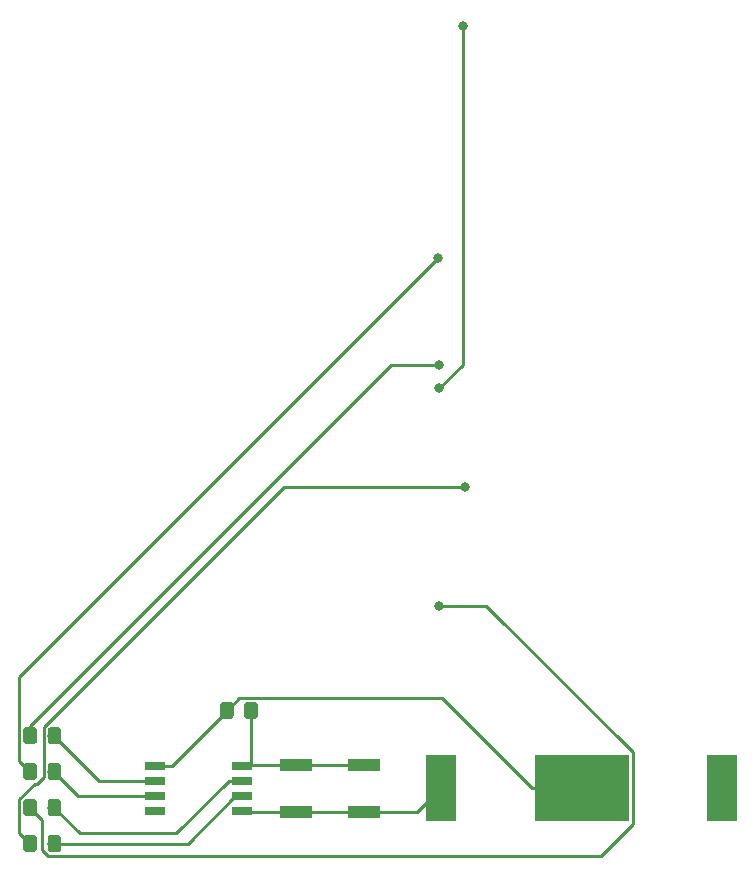
<source format=gbr>
G04 #@! TF.GenerationSoftware,KiCad,Pcbnew,5.0.0-fee4fd1~66~ubuntu16.04.1*
G04 #@! TF.CreationDate,2018-08-16T23:09:48+08:00*
G04 #@! TF.ProjectId,postcard,706F7374636172642E6B696361645F70,rev?*
G04 #@! TF.SameCoordinates,Original*
G04 #@! TF.FileFunction,Copper,L2,Bot,Signal*
G04 #@! TF.FilePolarity,Positive*
%FSLAX46Y46*%
G04 Gerber Fmt 4.6, Leading zero omitted, Abs format (unit mm)*
G04 Created by KiCad (PCBNEW 5.0.0-fee4fd1~66~ubuntu16.04.1) date Thu Aug 16 23:09:48 2018*
%MOMM*%
%LPD*%
G01*
G04 APERTURE LIST*
G04 #@! TA.AperFunction,SMDPad,CuDef*
%ADD10R,2.600000X5.560000*%
G04 #@! TD*
G04 #@! TA.AperFunction,SMDPad,CuDef*
%ADD11R,8.000000X5.560000*%
G04 #@! TD*
G04 #@! TA.AperFunction,Conductor*
%ADD12C,0.100000*%
G04 #@! TD*
G04 #@! TA.AperFunction,SMDPad,CuDef*
%ADD13C,1.150000*%
G04 #@! TD*
G04 #@! TA.AperFunction,SMDPad,CuDef*
%ADD14R,2.750000X1.000000*%
G04 #@! TD*
G04 #@! TA.AperFunction,SMDPad,CuDef*
%ADD15R,1.700000X0.650000*%
G04 #@! TD*
G04 #@! TA.AperFunction,ViaPad*
%ADD16C,0.800000*%
G04 #@! TD*
G04 #@! TA.AperFunction,Conductor*
%ADD17C,0.250000*%
G04 #@! TD*
G04 APERTURE END LIST*
D10*
G04 #@! TO.P,BT1,1*
G04 #@! TO.N,VDD*
X73910000Y-89210000D03*
X97720000Y-89210000D03*
D11*
G04 #@! TO.P,BT1,2*
G04 #@! TO.N,Earth*
X85815000Y-89210000D03*
G04 #@! TD*
D12*
G04 #@! TO.N,Earth*
G04 #@! TO.C,R1*
G36*
X56099505Y-81941204D02*
X56123773Y-81944804D01*
X56147572Y-81950765D01*
X56170671Y-81959030D01*
X56192850Y-81969520D01*
X56213893Y-81982132D01*
X56233599Y-81996747D01*
X56251777Y-82013223D01*
X56268253Y-82031401D01*
X56282868Y-82051107D01*
X56295480Y-82072150D01*
X56305970Y-82094329D01*
X56314235Y-82117428D01*
X56320196Y-82141227D01*
X56323796Y-82165495D01*
X56325000Y-82189999D01*
X56325000Y-83090001D01*
X56323796Y-83114505D01*
X56320196Y-83138773D01*
X56314235Y-83162572D01*
X56305970Y-83185671D01*
X56295480Y-83207850D01*
X56282868Y-83228893D01*
X56268253Y-83248599D01*
X56251777Y-83266777D01*
X56233599Y-83283253D01*
X56213893Y-83297868D01*
X56192850Y-83310480D01*
X56170671Y-83320970D01*
X56147572Y-83329235D01*
X56123773Y-83335196D01*
X56099505Y-83338796D01*
X56075001Y-83340000D01*
X55424999Y-83340000D01*
X55400495Y-83338796D01*
X55376227Y-83335196D01*
X55352428Y-83329235D01*
X55329329Y-83320970D01*
X55307150Y-83310480D01*
X55286107Y-83297868D01*
X55266401Y-83283253D01*
X55248223Y-83266777D01*
X55231747Y-83248599D01*
X55217132Y-83228893D01*
X55204520Y-83207850D01*
X55194030Y-83185671D01*
X55185765Y-83162572D01*
X55179804Y-83138773D01*
X55176204Y-83114505D01*
X55175000Y-83090001D01*
X55175000Y-82189999D01*
X55176204Y-82165495D01*
X55179804Y-82141227D01*
X55185765Y-82117428D01*
X55194030Y-82094329D01*
X55204520Y-82072150D01*
X55217132Y-82051107D01*
X55231747Y-82031401D01*
X55248223Y-82013223D01*
X55266401Y-81996747D01*
X55286107Y-81982132D01*
X55307150Y-81969520D01*
X55329329Y-81959030D01*
X55352428Y-81950765D01*
X55376227Y-81944804D01*
X55400495Y-81941204D01*
X55424999Y-81940000D01*
X56075001Y-81940000D01*
X56099505Y-81941204D01*
X56099505Y-81941204D01*
G37*
D13*
G04 #@! TD*
G04 #@! TO.P,R1,2*
G04 #@! TO.N,Earth*
X55750000Y-82640000D03*
D12*
G04 #@! TO.N,Net-(R1-Pad1)*
G04 #@! TO.C,R1*
G36*
X58149505Y-81941204D02*
X58173773Y-81944804D01*
X58197572Y-81950765D01*
X58220671Y-81959030D01*
X58242850Y-81969520D01*
X58263893Y-81982132D01*
X58283599Y-81996747D01*
X58301777Y-82013223D01*
X58318253Y-82031401D01*
X58332868Y-82051107D01*
X58345480Y-82072150D01*
X58355970Y-82094329D01*
X58364235Y-82117428D01*
X58370196Y-82141227D01*
X58373796Y-82165495D01*
X58375000Y-82189999D01*
X58375000Y-83090001D01*
X58373796Y-83114505D01*
X58370196Y-83138773D01*
X58364235Y-83162572D01*
X58355970Y-83185671D01*
X58345480Y-83207850D01*
X58332868Y-83228893D01*
X58318253Y-83248599D01*
X58301777Y-83266777D01*
X58283599Y-83283253D01*
X58263893Y-83297868D01*
X58242850Y-83310480D01*
X58220671Y-83320970D01*
X58197572Y-83329235D01*
X58173773Y-83335196D01*
X58149505Y-83338796D01*
X58125001Y-83340000D01*
X57474999Y-83340000D01*
X57450495Y-83338796D01*
X57426227Y-83335196D01*
X57402428Y-83329235D01*
X57379329Y-83320970D01*
X57357150Y-83310480D01*
X57336107Y-83297868D01*
X57316401Y-83283253D01*
X57298223Y-83266777D01*
X57281747Y-83248599D01*
X57267132Y-83228893D01*
X57254520Y-83207850D01*
X57244030Y-83185671D01*
X57235765Y-83162572D01*
X57229804Y-83138773D01*
X57226204Y-83114505D01*
X57225000Y-83090001D01*
X57225000Y-82189999D01*
X57226204Y-82165495D01*
X57229804Y-82141227D01*
X57235765Y-82117428D01*
X57244030Y-82094329D01*
X57254520Y-82072150D01*
X57267132Y-82051107D01*
X57281747Y-82031401D01*
X57298223Y-82013223D01*
X57316401Y-81996747D01*
X57336107Y-81982132D01*
X57357150Y-81969520D01*
X57379329Y-81959030D01*
X57402428Y-81950765D01*
X57426227Y-81944804D01*
X57450495Y-81941204D01*
X57474999Y-81940000D01*
X58125001Y-81940000D01*
X58149505Y-81941204D01*
X58149505Y-81941204D01*
G37*
D13*
G04 #@! TD*
G04 #@! TO.P,R1,1*
G04 #@! TO.N,Net-(R1-Pad1)*
X57800000Y-82640000D03*
D12*
G04 #@! TO.N,Net-(D1-Pad2)*
G04 #@! TO.C,R2*
G36*
X39449505Y-90154536D02*
X39473773Y-90158136D01*
X39497572Y-90164097D01*
X39520671Y-90172362D01*
X39542850Y-90182852D01*
X39563893Y-90195464D01*
X39583599Y-90210079D01*
X39601777Y-90226555D01*
X39618253Y-90244733D01*
X39632868Y-90264439D01*
X39645480Y-90285482D01*
X39655970Y-90307661D01*
X39664235Y-90330760D01*
X39670196Y-90354559D01*
X39673796Y-90378827D01*
X39675000Y-90403331D01*
X39675000Y-91303333D01*
X39673796Y-91327837D01*
X39670196Y-91352105D01*
X39664235Y-91375904D01*
X39655970Y-91399003D01*
X39645480Y-91421182D01*
X39632868Y-91442225D01*
X39618253Y-91461931D01*
X39601777Y-91480109D01*
X39583599Y-91496585D01*
X39563893Y-91511200D01*
X39542850Y-91523812D01*
X39520671Y-91534302D01*
X39497572Y-91542567D01*
X39473773Y-91548528D01*
X39449505Y-91552128D01*
X39425001Y-91553332D01*
X38774999Y-91553332D01*
X38750495Y-91552128D01*
X38726227Y-91548528D01*
X38702428Y-91542567D01*
X38679329Y-91534302D01*
X38657150Y-91523812D01*
X38636107Y-91511200D01*
X38616401Y-91496585D01*
X38598223Y-91480109D01*
X38581747Y-91461931D01*
X38567132Y-91442225D01*
X38554520Y-91421182D01*
X38544030Y-91399003D01*
X38535765Y-91375904D01*
X38529804Y-91352105D01*
X38526204Y-91327837D01*
X38525000Y-91303333D01*
X38525000Y-90403331D01*
X38526204Y-90378827D01*
X38529804Y-90354559D01*
X38535765Y-90330760D01*
X38544030Y-90307661D01*
X38554520Y-90285482D01*
X38567132Y-90264439D01*
X38581747Y-90244733D01*
X38598223Y-90226555D01*
X38616401Y-90210079D01*
X38636107Y-90195464D01*
X38657150Y-90182852D01*
X38679329Y-90172362D01*
X38702428Y-90164097D01*
X38726227Y-90158136D01*
X38750495Y-90154536D01*
X38774999Y-90153332D01*
X39425001Y-90153332D01*
X39449505Y-90154536D01*
X39449505Y-90154536D01*
G37*
D13*
G04 #@! TD*
G04 #@! TO.P,R2,1*
G04 #@! TO.N,Net-(D1-Pad2)*
X39100000Y-90853332D03*
D12*
G04 #@! TO.N,Net-(R2-Pad2)*
G04 #@! TO.C,R2*
G36*
X41499505Y-90154536D02*
X41523773Y-90158136D01*
X41547572Y-90164097D01*
X41570671Y-90172362D01*
X41592850Y-90182852D01*
X41613893Y-90195464D01*
X41633599Y-90210079D01*
X41651777Y-90226555D01*
X41668253Y-90244733D01*
X41682868Y-90264439D01*
X41695480Y-90285482D01*
X41705970Y-90307661D01*
X41714235Y-90330760D01*
X41720196Y-90354559D01*
X41723796Y-90378827D01*
X41725000Y-90403331D01*
X41725000Y-91303333D01*
X41723796Y-91327837D01*
X41720196Y-91352105D01*
X41714235Y-91375904D01*
X41705970Y-91399003D01*
X41695480Y-91421182D01*
X41682868Y-91442225D01*
X41668253Y-91461931D01*
X41651777Y-91480109D01*
X41633599Y-91496585D01*
X41613893Y-91511200D01*
X41592850Y-91523812D01*
X41570671Y-91534302D01*
X41547572Y-91542567D01*
X41523773Y-91548528D01*
X41499505Y-91552128D01*
X41475001Y-91553332D01*
X40824999Y-91553332D01*
X40800495Y-91552128D01*
X40776227Y-91548528D01*
X40752428Y-91542567D01*
X40729329Y-91534302D01*
X40707150Y-91523812D01*
X40686107Y-91511200D01*
X40666401Y-91496585D01*
X40648223Y-91480109D01*
X40631747Y-91461931D01*
X40617132Y-91442225D01*
X40604520Y-91421182D01*
X40594030Y-91399003D01*
X40585765Y-91375904D01*
X40579804Y-91352105D01*
X40576204Y-91327837D01*
X40575000Y-91303333D01*
X40575000Y-90403331D01*
X40576204Y-90378827D01*
X40579804Y-90354559D01*
X40585765Y-90330760D01*
X40594030Y-90307661D01*
X40604520Y-90285482D01*
X40617132Y-90264439D01*
X40631747Y-90244733D01*
X40648223Y-90226555D01*
X40666401Y-90210079D01*
X40686107Y-90195464D01*
X40707150Y-90182852D01*
X40729329Y-90172362D01*
X40752428Y-90164097D01*
X40776227Y-90158136D01*
X40800495Y-90154536D01*
X40824999Y-90153332D01*
X41475001Y-90153332D01*
X41499505Y-90154536D01*
X41499505Y-90154536D01*
G37*
D13*
G04 #@! TD*
G04 #@! TO.P,R2,2*
G04 #@! TO.N,Net-(R2-Pad2)*
X41150000Y-90853332D03*
D12*
G04 #@! TO.N,Net-(R3-Pad2)*
G04 #@! TO.C,R3*
G36*
X41499505Y-93201204D02*
X41523773Y-93204804D01*
X41547572Y-93210765D01*
X41570671Y-93219030D01*
X41592850Y-93229520D01*
X41613893Y-93242132D01*
X41633599Y-93256747D01*
X41651777Y-93273223D01*
X41668253Y-93291401D01*
X41682868Y-93311107D01*
X41695480Y-93332150D01*
X41705970Y-93354329D01*
X41714235Y-93377428D01*
X41720196Y-93401227D01*
X41723796Y-93425495D01*
X41725000Y-93449999D01*
X41725000Y-94350001D01*
X41723796Y-94374505D01*
X41720196Y-94398773D01*
X41714235Y-94422572D01*
X41705970Y-94445671D01*
X41695480Y-94467850D01*
X41682868Y-94488893D01*
X41668253Y-94508599D01*
X41651777Y-94526777D01*
X41633599Y-94543253D01*
X41613893Y-94557868D01*
X41592850Y-94570480D01*
X41570671Y-94580970D01*
X41547572Y-94589235D01*
X41523773Y-94595196D01*
X41499505Y-94598796D01*
X41475001Y-94600000D01*
X40824999Y-94600000D01*
X40800495Y-94598796D01*
X40776227Y-94595196D01*
X40752428Y-94589235D01*
X40729329Y-94580970D01*
X40707150Y-94570480D01*
X40686107Y-94557868D01*
X40666401Y-94543253D01*
X40648223Y-94526777D01*
X40631747Y-94508599D01*
X40617132Y-94488893D01*
X40604520Y-94467850D01*
X40594030Y-94445671D01*
X40585765Y-94422572D01*
X40579804Y-94398773D01*
X40576204Y-94374505D01*
X40575000Y-94350001D01*
X40575000Y-93449999D01*
X40576204Y-93425495D01*
X40579804Y-93401227D01*
X40585765Y-93377428D01*
X40594030Y-93354329D01*
X40604520Y-93332150D01*
X40617132Y-93311107D01*
X40631747Y-93291401D01*
X40648223Y-93273223D01*
X40666401Y-93256747D01*
X40686107Y-93242132D01*
X40707150Y-93229520D01*
X40729329Y-93219030D01*
X40752428Y-93210765D01*
X40776227Y-93204804D01*
X40800495Y-93201204D01*
X40824999Y-93200000D01*
X41475001Y-93200000D01*
X41499505Y-93201204D01*
X41499505Y-93201204D01*
G37*
D13*
G04 #@! TD*
G04 #@! TO.P,R3,2*
G04 #@! TO.N,Net-(R3-Pad2)*
X41150000Y-93900000D03*
D12*
G04 #@! TO.N,Net-(D1-Pad1)*
G04 #@! TO.C,R3*
G36*
X39449505Y-93201204D02*
X39473773Y-93204804D01*
X39497572Y-93210765D01*
X39520671Y-93219030D01*
X39542850Y-93229520D01*
X39563893Y-93242132D01*
X39583599Y-93256747D01*
X39601777Y-93273223D01*
X39618253Y-93291401D01*
X39632868Y-93311107D01*
X39645480Y-93332150D01*
X39655970Y-93354329D01*
X39664235Y-93377428D01*
X39670196Y-93401227D01*
X39673796Y-93425495D01*
X39675000Y-93449999D01*
X39675000Y-94350001D01*
X39673796Y-94374505D01*
X39670196Y-94398773D01*
X39664235Y-94422572D01*
X39655970Y-94445671D01*
X39645480Y-94467850D01*
X39632868Y-94488893D01*
X39618253Y-94508599D01*
X39601777Y-94526777D01*
X39583599Y-94543253D01*
X39563893Y-94557868D01*
X39542850Y-94570480D01*
X39520671Y-94580970D01*
X39497572Y-94589235D01*
X39473773Y-94595196D01*
X39449505Y-94598796D01*
X39425001Y-94600000D01*
X38774999Y-94600000D01*
X38750495Y-94598796D01*
X38726227Y-94595196D01*
X38702428Y-94589235D01*
X38679329Y-94580970D01*
X38657150Y-94570480D01*
X38636107Y-94557868D01*
X38616401Y-94543253D01*
X38598223Y-94526777D01*
X38581747Y-94508599D01*
X38567132Y-94488893D01*
X38554520Y-94467850D01*
X38544030Y-94445671D01*
X38535765Y-94422572D01*
X38529804Y-94398773D01*
X38526204Y-94374505D01*
X38525000Y-94350001D01*
X38525000Y-93449999D01*
X38526204Y-93425495D01*
X38529804Y-93401227D01*
X38535765Y-93377428D01*
X38544030Y-93354329D01*
X38554520Y-93332150D01*
X38567132Y-93311107D01*
X38581747Y-93291401D01*
X38598223Y-93273223D01*
X38616401Y-93256747D01*
X38636107Y-93242132D01*
X38657150Y-93229520D01*
X38679329Y-93219030D01*
X38702428Y-93210765D01*
X38726227Y-93204804D01*
X38750495Y-93201204D01*
X38774999Y-93200000D01*
X39425001Y-93200000D01*
X39449505Y-93201204D01*
X39449505Y-93201204D01*
G37*
D13*
G04 #@! TD*
G04 #@! TO.P,R3,1*
G04 #@! TO.N,Net-(D1-Pad1)*
X39100000Y-93900000D03*
D12*
G04 #@! TO.N,Net-(D2-Pad1)*
G04 #@! TO.C,R4*
G36*
X39449505Y-87107870D02*
X39473773Y-87111470D01*
X39497572Y-87117431D01*
X39520671Y-87125696D01*
X39542850Y-87136186D01*
X39563893Y-87148798D01*
X39583599Y-87163413D01*
X39601777Y-87179889D01*
X39618253Y-87198067D01*
X39632868Y-87217773D01*
X39645480Y-87238816D01*
X39655970Y-87260995D01*
X39664235Y-87284094D01*
X39670196Y-87307893D01*
X39673796Y-87332161D01*
X39675000Y-87356665D01*
X39675000Y-88256667D01*
X39673796Y-88281171D01*
X39670196Y-88305439D01*
X39664235Y-88329238D01*
X39655970Y-88352337D01*
X39645480Y-88374516D01*
X39632868Y-88395559D01*
X39618253Y-88415265D01*
X39601777Y-88433443D01*
X39583599Y-88449919D01*
X39563893Y-88464534D01*
X39542850Y-88477146D01*
X39520671Y-88487636D01*
X39497572Y-88495901D01*
X39473773Y-88501862D01*
X39449505Y-88505462D01*
X39425001Y-88506666D01*
X38774999Y-88506666D01*
X38750495Y-88505462D01*
X38726227Y-88501862D01*
X38702428Y-88495901D01*
X38679329Y-88487636D01*
X38657150Y-88477146D01*
X38636107Y-88464534D01*
X38616401Y-88449919D01*
X38598223Y-88433443D01*
X38581747Y-88415265D01*
X38567132Y-88395559D01*
X38554520Y-88374516D01*
X38544030Y-88352337D01*
X38535765Y-88329238D01*
X38529804Y-88305439D01*
X38526204Y-88281171D01*
X38525000Y-88256667D01*
X38525000Y-87356665D01*
X38526204Y-87332161D01*
X38529804Y-87307893D01*
X38535765Y-87284094D01*
X38544030Y-87260995D01*
X38554520Y-87238816D01*
X38567132Y-87217773D01*
X38581747Y-87198067D01*
X38598223Y-87179889D01*
X38616401Y-87163413D01*
X38636107Y-87148798D01*
X38657150Y-87136186D01*
X38679329Y-87125696D01*
X38702428Y-87117431D01*
X38726227Y-87111470D01*
X38750495Y-87107870D01*
X38774999Y-87106666D01*
X39425001Y-87106666D01*
X39449505Y-87107870D01*
X39449505Y-87107870D01*
G37*
D13*
G04 #@! TD*
G04 #@! TO.P,R4,1*
G04 #@! TO.N,Net-(D2-Pad1)*
X39100000Y-87806666D03*
D12*
G04 #@! TO.N,Net-(R4-Pad2)*
G04 #@! TO.C,R4*
G36*
X41499505Y-87107870D02*
X41523773Y-87111470D01*
X41547572Y-87117431D01*
X41570671Y-87125696D01*
X41592850Y-87136186D01*
X41613893Y-87148798D01*
X41633599Y-87163413D01*
X41651777Y-87179889D01*
X41668253Y-87198067D01*
X41682868Y-87217773D01*
X41695480Y-87238816D01*
X41705970Y-87260995D01*
X41714235Y-87284094D01*
X41720196Y-87307893D01*
X41723796Y-87332161D01*
X41725000Y-87356665D01*
X41725000Y-88256667D01*
X41723796Y-88281171D01*
X41720196Y-88305439D01*
X41714235Y-88329238D01*
X41705970Y-88352337D01*
X41695480Y-88374516D01*
X41682868Y-88395559D01*
X41668253Y-88415265D01*
X41651777Y-88433443D01*
X41633599Y-88449919D01*
X41613893Y-88464534D01*
X41592850Y-88477146D01*
X41570671Y-88487636D01*
X41547572Y-88495901D01*
X41523773Y-88501862D01*
X41499505Y-88505462D01*
X41475001Y-88506666D01*
X40824999Y-88506666D01*
X40800495Y-88505462D01*
X40776227Y-88501862D01*
X40752428Y-88495901D01*
X40729329Y-88487636D01*
X40707150Y-88477146D01*
X40686107Y-88464534D01*
X40666401Y-88449919D01*
X40648223Y-88433443D01*
X40631747Y-88415265D01*
X40617132Y-88395559D01*
X40604520Y-88374516D01*
X40594030Y-88352337D01*
X40585765Y-88329238D01*
X40579804Y-88305439D01*
X40576204Y-88281171D01*
X40575000Y-88256667D01*
X40575000Y-87356665D01*
X40576204Y-87332161D01*
X40579804Y-87307893D01*
X40585765Y-87284094D01*
X40594030Y-87260995D01*
X40604520Y-87238816D01*
X40617132Y-87217773D01*
X40631747Y-87198067D01*
X40648223Y-87179889D01*
X40666401Y-87163413D01*
X40686107Y-87148798D01*
X40707150Y-87136186D01*
X40729329Y-87125696D01*
X40752428Y-87117431D01*
X40776227Y-87111470D01*
X40800495Y-87107870D01*
X40824999Y-87106666D01*
X41475001Y-87106666D01*
X41499505Y-87107870D01*
X41499505Y-87107870D01*
G37*
D13*
G04 #@! TD*
G04 #@! TO.P,R4,2*
G04 #@! TO.N,Net-(R4-Pad2)*
X41150000Y-87806666D03*
D12*
G04 #@! TO.N,Net-(R5-Pad2)*
G04 #@! TO.C,R5*
G36*
X41499505Y-84061204D02*
X41523773Y-84064804D01*
X41547572Y-84070765D01*
X41570671Y-84079030D01*
X41592850Y-84089520D01*
X41613893Y-84102132D01*
X41633599Y-84116747D01*
X41651777Y-84133223D01*
X41668253Y-84151401D01*
X41682868Y-84171107D01*
X41695480Y-84192150D01*
X41705970Y-84214329D01*
X41714235Y-84237428D01*
X41720196Y-84261227D01*
X41723796Y-84285495D01*
X41725000Y-84309999D01*
X41725000Y-85210001D01*
X41723796Y-85234505D01*
X41720196Y-85258773D01*
X41714235Y-85282572D01*
X41705970Y-85305671D01*
X41695480Y-85327850D01*
X41682868Y-85348893D01*
X41668253Y-85368599D01*
X41651777Y-85386777D01*
X41633599Y-85403253D01*
X41613893Y-85417868D01*
X41592850Y-85430480D01*
X41570671Y-85440970D01*
X41547572Y-85449235D01*
X41523773Y-85455196D01*
X41499505Y-85458796D01*
X41475001Y-85460000D01*
X40824999Y-85460000D01*
X40800495Y-85458796D01*
X40776227Y-85455196D01*
X40752428Y-85449235D01*
X40729329Y-85440970D01*
X40707150Y-85430480D01*
X40686107Y-85417868D01*
X40666401Y-85403253D01*
X40648223Y-85386777D01*
X40631747Y-85368599D01*
X40617132Y-85348893D01*
X40604520Y-85327850D01*
X40594030Y-85305671D01*
X40585765Y-85282572D01*
X40579804Y-85258773D01*
X40576204Y-85234505D01*
X40575000Y-85210001D01*
X40575000Y-84309999D01*
X40576204Y-84285495D01*
X40579804Y-84261227D01*
X40585765Y-84237428D01*
X40594030Y-84214329D01*
X40604520Y-84192150D01*
X40617132Y-84171107D01*
X40631747Y-84151401D01*
X40648223Y-84133223D01*
X40666401Y-84116747D01*
X40686107Y-84102132D01*
X40707150Y-84089520D01*
X40729329Y-84079030D01*
X40752428Y-84070765D01*
X40776227Y-84064804D01*
X40800495Y-84061204D01*
X40824999Y-84060000D01*
X41475001Y-84060000D01*
X41499505Y-84061204D01*
X41499505Y-84061204D01*
G37*
D13*
G04 #@! TD*
G04 #@! TO.P,R5,2*
G04 #@! TO.N,Net-(R5-Pad2)*
X41150000Y-84760000D03*
D12*
G04 #@! TO.N,Net-(D10-Pad2)*
G04 #@! TO.C,R5*
G36*
X39449505Y-84061204D02*
X39473773Y-84064804D01*
X39497572Y-84070765D01*
X39520671Y-84079030D01*
X39542850Y-84089520D01*
X39563893Y-84102132D01*
X39583599Y-84116747D01*
X39601777Y-84133223D01*
X39618253Y-84151401D01*
X39632868Y-84171107D01*
X39645480Y-84192150D01*
X39655970Y-84214329D01*
X39664235Y-84237428D01*
X39670196Y-84261227D01*
X39673796Y-84285495D01*
X39675000Y-84309999D01*
X39675000Y-85210001D01*
X39673796Y-85234505D01*
X39670196Y-85258773D01*
X39664235Y-85282572D01*
X39655970Y-85305671D01*
X39645480Y-85327850D01*
X39632868Y-85348893D01*
X39618253Y-85368599D01*
X39601777Y-85386777D01*
X39583599Y-85403253D01*
X39563893Y-85417868D01*
X39542850Y-85430480D01*
X39520671Y-85440970D01*
X39497572Y-85449235D01*
X39473773Y-85455196D01*
X39449505Y-85458796D01*
X39425001Y-85460000D01*
X38774999Y-85460000D01*
X38750495Y-85458796D01*
X38726227Y-85455196D01*
X38702428Y-85449235D01*
X38679329Y-85440970D01*
X38657150Y-85430480D01*
X38636107Y-85417868D01*
X38616401Y-85403253D01*
X38598223Y-85386777D01*
X38581747Y-85368599D01*
X38567132Y-85348893D01*
X38554520Y-85327850D01*
X38544030Y-85305671D01*
X38535765Y-85282572D01*
X38529804Y-85258773D01*
X38526204Y-85234505D01*
X38525000Y-85210001D01*
X38525000Y-84309999D01*
X38526204Y-84285495D01*
X38529804Y-84261227D01*
X38535765Y-84237428D01*
X38544030Y-84214329D01*
X38554520Y-84192150D01*
X38567132Y-84171107D01*
X38581747Y-84151401D01*
X38598223Y-84133223D01*
X38616401Y-84116747D01*
X38636107Y-84102132D01*
X38657150Y-84089520D01*
X38679329Y-84079030D01*
X38702428Y-84070765D01*
X38726227Y-84064804D01*
X38750495Y-84061204D01*
X38774999Y-84060000D01*
X39425001Y-84060000D01*
X39449505Y-84061204D01*
X39449505Y-84061204D01*
G37*
D13*
G04 #@! TD*
G04 #@! TO.P,R5,1*
G04 #@! TO.N,Net-(D10-Pad2)*
X39100000Y-84760000D03*
D14*
G04 #@! TO.P,SW1,2*
G04 #@! TO.N,Net-(R1-Pad1)*
X61645000Y-87270000D03*
X67395000Y-87270000D03*
G04 #@! TO.P,SW1,1*
G04 #@! TO.N,VDD*
X67395000Y-91270000D03*
X61645000Y-91270000D03*
G04 #@! TD*
D15*
G04 #@! TO.P,U1,8*
G04 #@! TO.N,VDD*
X57010000Y-91115000D03*
G04 #@! TO.P,U1,7*
G04 #@! TO.N,Net-(R3-Pad2)*
X57010000Y-89845000D03*
G04 #@! TO.P,U1,6*
G04 #@! TO.N,Net-(R2-Pad2)*
X57010000Y-88575000D03*
G04 #@! TO.P,U1,5*
G04 #@! TO.N,Net-(R1-Pad1)*
X57010000Y-87305000D03*
G04 #@! TO.P,U1,4*
G04 #@! TO.N,Earth*
X49710000Y-87305000D03*
G04 #@! TO.P,U1,3*
G04 #@! TO.N,Net-(R5-Pad2)*
X49710000Y-88575000D03*
G04 #@! TO.P,U1,2*
G04 #@! TO.N,Net-(R4-Pad2)*
X49710000Y-89845000D03*
G04 #@! TO.P,U1,1*
G04 #@! TO.N,Net-(U1-Pad1)*
X49710000Y-91115000D03*
G04 #@! TD*
D16*
G04 #@! TO.N,Net-(D1-Pad1)*
X75900000Y-63750000D03*
G04 #@! TO.N,Net-(D1-Pad2)*
X73750000Y-55350000D03*
X75750000Y-24650000D03*
X73750000Y-73750000D03*
G04 #@! TO.N,Net-(D2-Pad1)*
X73650000Y-44350000D03*
G04 #@! TO.N,Net-(D10-Pad2)*
X73700000Y-53400000D03*
G04 #@! TD*
D17*
G04 #@! TO.N,Earth*
X73969990Y-81614990D02*
X81565000Y-89210000D01*
X81565000Y-89210000D02*
X85815000Y-89210000D01*
X56775010Y-81614990D02*
X73969990Y-81614990D01*
X55750000Y-82640000D02*
X56775010Y-81614990D01*
X51085000Y-87305000D02*
X55750000Y-82640000D01*
X49710000Y-87305000D02*
X51085000Y-87305000D01*
G04 #@! TO.N,VDD*
X71850000Y-91270000D02*
X73910000Y-89210000D01*
X67395000Y-91270000D02*
X71850000Y-91270000D01*
X65770000Y-91270000D02*
X61645000Y-91270000D01*
X67395000Y-91270000D02*
X65770000Y-91270000D01*
X57165000Y-91270000D02*
X57010000Y-91115000D01*
X61645000Y-91270000D02*
X57165000Y-91270000D01*
G04 #@! TO.N,Net-(D1-Pad1)*
X60571810Y-63750000D02*
X75900000Y-63750000D01*
X40249990Y-88244866D02*
X40249990Y-84071820D01*
X39663180Y-88831676D02*
X40249990Y-88244866D01*
X38199990Y-92999990D02*
X38199990Y-90165152D01*
X40249990Y-84071820D02*
X60571810Y-63750000D01*
X39533466Y-88831676D02*
X39663180Y-88831676D01*
X39100000Y-93900000D02*
X38199990Y-92999990D01*
X38199990Y-90165152D02*
X39533466Y-88831676D01*
G04 #@! TO.N,Net-(D1-Pad2)*
X75750000Y-53350000D02*
X75750000Y-24650000D01*
X73750000Y-55350000D02*
X75750000Y-53350000D01*
X77720002Y-73750000D02*
X73750000Y-73750000D01*
X90140001Y-86169999D02*
X77720002Y-73750000D01*
X39100000Y-90853332D02*
X40125010Y-91878342D01*
X87464992Y-94925010D02*
X90140001Y-92250001D01*
X40125010Y-91878342D02*
X40125010Y-94463200D01*
X90140001Y-92250001D02*
X90140001Y-86169999D01*
X40125010Y-94463200D02*
X40586820Y-94925010D01*
X40586820Y-94925010D02*
X87464992Y-94925010D01*
G04 #@! TO.N,Net-(D2-Pad1)*
X38199990Y-79800010D02*
X73650000Y-44350000D01*
X38199990Y-86906656D02*
X38199990Y-79800010D01*
X39100000Y-87806666D02*
X38199990Y-86906656D01*
G04 #@! TO.N,Net-(D10-Pad2)*
X39100000Y-84760000D02*
X39100000Y-83960000D01*
X39100000Y-83960000D02*
X69660000Y-53400000D01*
X73134315Y-53400000D02*
X73700000Y-53400000D01*
X69660000Y-53400000D02*
X73134315Y-53400000D01*
G04 #@! TO.N,Net-(R1-Pad1)*
X65770000Y-87270000D02*
X61645000Y-87270000D01*
X67395000Y-87270000D02*
X65770000Y-87270000D01*
X57045000Y-87270000D02*
X57010000Y-87305000D01*
X61645000Y-87270000D02*
X57045000Y-87270000D01*
X57800000Y-87040000D02*
X57800000Y-83440000D01*
X57535000Y-87305000D02*
X57800000Y-87040000D01*
X57800000Y-83440000D02*
X57800000Y-82640000D01*
X57010000Y-87305000D02*
X57535000Y-87305000D01*
G04 #@! TO.N,Net-(R2-Pad2)*
X55910000Y-88575000D02*
X51475000Y-93010000D01*
X57010000Y-88575000D02*
X55910000Y-88575000D01*
X43306668Y-93010000D02*
X41150000Y-90853332D01*
X51475000Y-93010000D02*
X43306668Y-93010000D01*
G04 #@! TO.N,Net-(R3-Pad2)*
X52430000Y-93900000D02*
X41825000Y-93900000D01*
X41825000Y-93900000D02*
X41150000Y-93900000D01*
X56485000Y-89845000D02*
X52430000Y-93900000D01*
X57010000Y-89845000D02*
X56485000Y-89845000D01*
G04 #@! TO.N,Net-(R4-Pad2)*
X43188334Y-89845000D02*
X41150000Y-87806666D01*
X49710000Y-89845000D02*
X43188334Y-89845000D01*
G04 #@! TO.N,Net-(R5-Pad2)*
X44965000Y-88575000D02*
X41150000Y-84760000D01*
X49710000Y-88575000D02*
X44965000Y-88575000D01*
G04 #@! TD*
M02*

</source>
